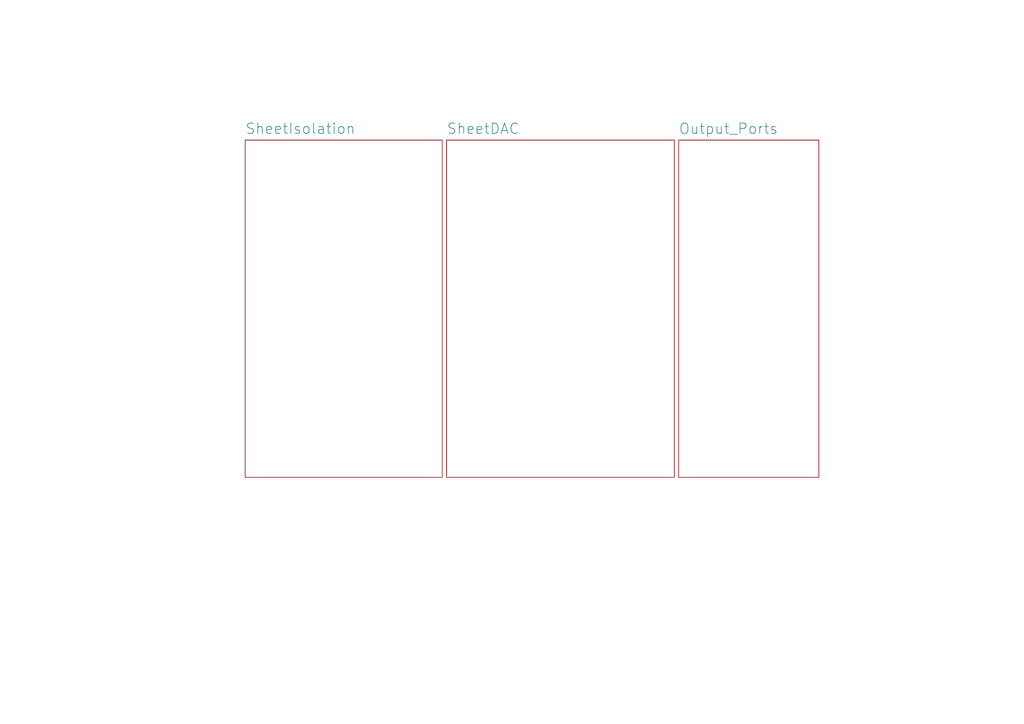
<source format=kicad_sch>
(kicad_sch (version 20211123) (generator eeschema)
  (paper "A4")
  (title_block (title "Extension board: HARDWARE MONITOR EXTENDED") (date "2021-11-12") (rev "V0.1") (company "PADERBORN UNIVERSITY DEPARTMENT OF POWER ELECTRONICS AND ELECTRICAL DRIVES"))
  (lib_symbols)
  (sheet (at 71.12 40.64) (size 57.15 97.79)
    (property "Sheet name" "SheetIsolation" (at 71.12 39.0648 0) (effects (font (size 2.9972 2.9972)) (justify left bottom)))
    (property "Sheet file" "Isolation.kicad_sch" (effects hide))
  )
  (sheet (at 129.54 40.64) (size 66.04 97.79)
    (property "Sheet name" "SheetDAC" (at 129.54 39.0648 0) (effects (font (size 2.9972 2.9972)) (justify left bottom)))
    (property "Sheet file" "DAC.kicad_sch" (effects hide))
  )
  (sheet (at 196.85 40.64) (size 40.64 97.79)
    (property "Sheet name" "Output_Ports" (at 196.85 39.0648 0) (effects (font (size 2.9972 2.9972)) (justify left bottom)))
    (property "Sheet file" "Output_Ports.kicad_sch" (effects hide))
  )
)
</source>
